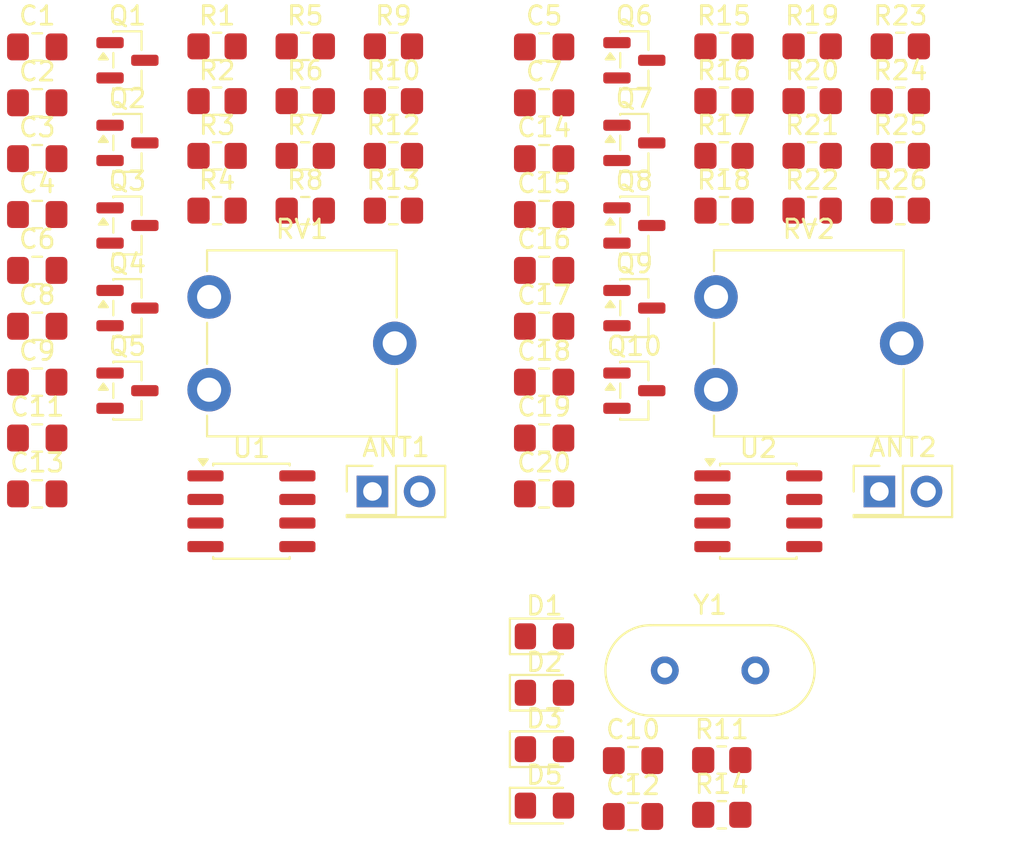
<source format=kicad_pcb>
(kicad_pcb
	(version 20241229)
	(generator "pcbnew")
	(generator_version "9.0")
	(general
		(thickness 1.6)
		(legacy_teardrops no)
	)
	(paper "A4")
	(layers
		(0 "F.Cu" signal)
		(2 "B.Cu" signal)
		(9 "F.Adhes" user "F.Adhesive")
		(11 "B.Adhes" user "B.Adhesive")
		(13 "F.Paste" user)
		(15 "B.Paste" user)
		(5 "F.SilkS" user "F.Silkscreen")
		(7 "B.SilkS" user "B.Silkscreen")
		(1 "F.Mask" user)
		(3 "B.Mask" user)
		(17 "Dwgs.User" user "User.Drawings")
		(19 "Cmts.User" user "User.Comments")
		(21 "Eco1.User" user "User.Eco1")
		(23 "Eco2.User" user "User.Eco2")
		(25 "Edge.Cuts" user)
		(27 "Margin" user)
		(31 "F.CrtYd" user "F.Courtyard")
		(29 "B.CrtYd" user "B.Courtyard")
		(35 "F.Fab" user)
		(33 "B.Fab" user)
		(39 "User.1" user)
		(41 "User.2" user)
		(43 "User.3" user)
		(45 "User.4" user)
	)
	(setup
		(pad_to_mask_clearance 0)
		(allow_soldermask_bridges_in_footprints no)
		(tenting front back)
		(pcbplotparams
			(layerselection 0x00000000_00000000_55555555_5755f5ff)
			(plot_on_all_layers_selection 0x00000000_00000000_00000000_00000000)
			(disableapertmacros no)
			(usegerberextensions no)
			(usegerberattributes yes)
			(usegerberadvancedattributes yes)
			(creategerberjobfile yes)
			(dashed_line_dash_ratio 12.000000)
			(dashed_line_gap_ratio 3.000000)
			(svgprecision 4)
			(plotframeref no)
			(mode 1)
			(useauxorigin no)
			(hpglpennumber 1)
			(hpglpenspeed 20)
			(hpglpendiameter 15.000000)
			(pdf_front_fp_property_popups yes)
			(pdf_back_fp_property_popups yes)
			(pdf_metadata yes)
			(pdf_single_document no)
			(dxfpolygonmode yes)
			(dxfimperialunits yes)
			(dxfusepcbnewfont yes)
			(psnegative no)
			(psa4output no)
			(plot_black_and_white yes)
			(sketchpadsonfab no)
			(plotpadnumbers no)
			(hidednponfab no)
			(sketchdnponfab yes)
			(crossoutdnponfab yes)
			(subtractmaskfromsilk no)
			(outputformat 1)
			(mirror no)
			(drillshape 1)
			(scaleselection 1)
			(outputdirectory "")
		)
	)
	(net 0 "")
	(net 1 "Net-(Q2-B)")
	(net 2 "Net-(Q1-B)")
	(net 3 "Net-(Q7-B)")
	(net 4 "Net-(Q6-B)")
	(net 5 "Net-(Q2-C)")
	(net 6 "Net-(Q4-B)")
	(net 7 "Net-(Q3-C)")
	(net 8 "GND")
	(net 9 "Net-(Q3-B)")
	(net 10 "Net-(Q1-C)")
	(net 11 "Net-(Q4-C)")
	(net 12 "Net-(U1A-+)")
	(net 13 "Net-(Q7-C)")
	(net 14 "Net-(Q9-B)")
	(net 15 "Net-(Q8-C)")
	(net 16 "Net-(Q1-E)")
	(net 17 "Net-(C10-Pad2)")
	(net 18 "Net-(C10-Pad1)")
	(net 19 "Net-(C11-Pad1)")
	(net 20 "VCC")
	(net 21 "Net-(Q8-B)")
	(net 22 "Net-(Q6-C)")
	(net 23 "Net-(U2A-+)")
	(net 24 "Net-(Q9-C)")
	(net 25 "Net-(Q6-E)")
	(net 26 "Net-(C19-Pad1)")
	(net 27 "Net-(D1-K)")
	(net 28 "/BIAS")
	(net 29 "Net-(D2-K)")
	(net 30 "Net-(D3-K)")
	(net 31 "Net-(Q3-E)")
	(net 32 "/receiver2/LO_IN")
	(net 33 "unconnected-(Q5-E-Pad2)")
	(net 34 "Net-(Q10-C)")
	(net 35 "unconnected-(Q10-E-Pad2)")
	(net 36 "/receiver1/LO_IN")
	(net 37 "/receiver2/BIAS")
	(net 38 "/receiver1/BIAS")
	(net 39 "Net-(U1A--)")
	(net 40 "Net-(U1B-+)")
	(net 41 "Net-(U2A--)")
	(net 42 "Net-(U2B-+)")
	(net 43 "unconnected-(U1B---Pad6)")
	(net 44 "/receiver2/OUT")
	(net 45 "unconnected-(U2B---Pad6)")
	(net 46 "/receiver1/OUT")
	(footprint "Resistor_SMD:R_0805_2012Metric_Pad1.20x1.40mm_HandSolder" (layer "F.Cu") (at 16.345 6.875))
	(footprint "Resistor_SMD:R_0805_2012Metric_Pad1.20x1.40mm_HandSolder" (layer "F.Cu") (at 43.655 0.975))
	(footprint "Package_TO_SOT_SMD:SOT-23" (layer "F.Cu") (at 34.075 6.175))
	(footprint "Package_TO_SOT_SMD:SOT-23" (layer "F.Cu") (at 34.075 19.525))
	(footprint "Resistor_SMD:R_0805_2012Metric_Pad1.20x1.40mm_HandSolder" (layer "F.Cu") (at 48.405 9.825))
	(footprint "Resistor_SMD:R_0805_2012Metric_Pad1.20x1.40mm_HandSolder" (layer "F.Cu") (at 43.655 9.825))
	(footprint "Capacitor_SMD:C_0805_2012Metric_Pad1.18x1.45mm_HandSolder" (layer "F.Cu") (at 34.005 42.465))
	(footprint "Capacitor_SMD:C_0805_2012Metric_Pad1.18x1.45mm_HandSolder" (layer "F.Cu") (at 1.905 1.005))
	(footprint "Package_SO:SOIC-8_3.9x4.9mm_P1.27mm" (layer "F.Cu") (at 40.755 26.02))
	(footprint "Capacitor_SMD:C_0805_2012Metric_Pad1.18x1.45mm_HandSolder" (layer "F.Cu") (at 29.215 4.015))
	(footprint "Resistor_SMD:R_0805_2012Metric_Pad1.20x1.40mm_HandSolder" (layer "F.Cu") (at 21.095 0.975))
	(footprint "Diode_SMD:D_0805_2012Metric_Pad1.15x1.40mm_HandSolder" (layer "F.Cu") (at 29.23 35.8))
	(footprint "Resistor_SMD:R_0805_2012Metric_Pad1.20x1.40mm_HandSolder" (layer "F.Cu") (at 16.345 0.975))
	(footprint "Package_TO_SOT_SMD:SOT-23" (layer "F.Cu") (at 6.765 1.725))
	(footprint "Resistor_SMD:R_0805_2012Metric_Pad1.20x1.40mm_HandSolder" (layer "F.Cu") (at 48.405 0.975))
	(footprint "Resistor_SMD:R_0805_2012Metric_Pad1.20x1.40mm_HandSolder" (layer "F.Cu") (at 43.655 3.925))
	(footprint "Package_TO_SOT_SMD:SOT-23" (layer "F.Cu") (at 6.765 19.525))
	(footprint "Capacitor_SMD:C_0805_2012Metric_Pad1.18x1.45mm_HandSolder" (layer "F.Cu") (at 29.215 1.005))
	(footprint "Resistor_SMD:R_0805_2012Metric_Pad1.20x1.40mm_HandSolder" (layer "F.Cu") (at 11.595 0.975))
	(footprint "Resistor_SMD:R_0805_2012Metric_Pad1.20x1.40mm_HandSolder" (layer "F.Cu") (at 11.595 9.825))
	(footprint "Resistor_SMD:R_0805_2012Metric_Pad1.20x1.40mm_HandSolder" (layer "F.Cu") (at 16.345 9.825))
	(footprint "Capacitor_SMD:C_0805_2012Metric_Pad1.18x1.45mm_HandSolder" (layer "F.Cu") (at 1.905 16.055))
	(footprint "Resistor_SMD:R_0805_2012Metric_Pad1.20x1.40mm_HandSolder" (layer "F.Cu") (at 38.905 6.875))
	(footprint "Resistor_SMD:R_0805_2012Metric_Pad1.20x1.40mm_HandSolder" (layer "F.Cu") (at 11.595 6.875))
	(footprint "Package_TO_SOT_SMD:SOT-23" (layer "F.Cu") (at 34.075 10.625))
	(footprint "Resistor_SMD:R_0805_2012Metric_Pad1.20x1.40mm_HandSolder" (layer "F.Cu") (at 43.655 6.875))
	(footprint "Capacitor_SMD:C_0805_2012Metric_Pad1.18x1.45mm_HandSolder" (layer "F.Cu") (at 34.005 39.455))
	(footprint "Package_TO_SOT_SMD:SOT-23" (layer "F.Cu") (at 6.765 6.175))
	(footprint "Package_TO_SOT_SMD:SOT-23" (layer "F.Cu") (at 34.075 15.075))
	(footprint "Potentiometer_THT:Potentiometer_ACP_CA9-V10_Vertical" (layer "F.Cu") (at 11.165 19.475))
	(footprint "Resistor_SMD:R_0805_2012Metric_Pad1.20x1.40mm_HandSolder" (layer "F.Cu") (at 48.405 3.925))
	(footprint "Package_SO:SOIC-8_3.9x4.9mm_P1.27mm" (layer "F.Cu") (at 13.445 26.02))
	(footprint "Resistor_SMD:R_0805_2012Metric_Pad1.20x1.40mm_HandSolder" (layer "F.Cu") (at 16.345 3.925))
	(footprint "Resistor_SMD:R_0805_2012Metric_Pad1.20x1.40mm_HandSolder" (layer "F.Cu") (at 11.595 3.925))
	(footprint "Resistor_SMD:R_0805_2012Metric_Pad1.20x1.40mm_HandSolder" (layer "F.Cu") (at 21.095 6.875))
	(footprint "Capacitor_SMD:C_0805_2012Metric_Pad1.18x1.45mm_HandSolder" (layer "F.Cu") (at 1.905 7.025))
	(footprint "Package_TO_SOT_SMD:SOT-23" (layer "F.Cu") (at 34.075 1.725))
	(footprint "Capacitor_SMD:C_0805_2012Metric_Pad1.18x1.45mm_HandSolder" (layer "F.Cu") (at 1.905 13.045))
	(footprint "Resistor_SMD:R_0805_2012Metric_Pad1.20x1.40mm_HandSolder" (layer "F.Cu") (at 38.785 42.375))
	(footprint "Diode_SMD:D_0805_2012Metric_Pad1.15x1.40mm_HandSolder" (layer "F.Cu") (at 29.23 32.76))
	(footprint "Diode_SMD:D_0805_2012Metric_Pad1.15x1.40mm_HandSolder" (layer "F.Cu") (at 29.23 38.84))
	(footprint "Capacitor_SMD:C_0805_2012Metric_Pad1.18x1.45mm_HandSolder" (layer "F.Cu") (at 29.215 10.035))
	(footprint "Capacitor_SMD:C_0805_2012Metric_Pad1.18x1.45mm_HandSolder" (layer "F.Cu") (at 29.215 22.075))
	(footprint "Connector_PinHeader_2.54mm:PinHeader_2x01_P2.54mm_Vertical" (layer "F.Cu") (at 47.275 24.955))
	(footprint "Capacitor_SMD:C_0805_2012Metric_Pad1.18x1.45mm_HandSolder" (layer "F.Cu") (at 29.215 19.065))
	(footprint "Resistor_SMD:R_0805_2012Metric_Pad1.20x1.40mm_HandSolder" (layer "F.Cu") (at 38.905 0.975))
	(footprint "Diode_SMD:D_0805_2012Metric_Pad1.15x1.40mm_HandSolder" (layer "F.Cu") (at 29.23 41.88))
	(footprint "Resistor_SMD:R_0805_2012Metric_Pad1.20x1.40mm_HandSolder"
		(layer "F.Cu")
		(uuid "b48562e7-c6ee-45f9-93e8-bd09a135299a")
		(at 21.095 3.925)
		(descr "Resistor SMD 0805 (2012 Metric), square (rectangular) end terminal, IPC-7351 nominal with elongated pad for handsoldering. (Body size source: IPC-SM-782 page 72, https://www.pcb-3d.com/wordpress/wp-content/uploads/ipc-sm-782a_amendment_1_and_2.pdf), generated with kicad-footprint-generator")
		(tags "resistor handsolder")
		(property "Reference" "R10"
			(at 0 -1.65 0)
			(layer "F.SilkS")
			(uuid "73a6fa6d-5328-49ce-9a33-0cd13ef1d53f")
			(effects
				(font
					(size 1 1)
					(thickness 0.15)
				)
			)
		)
		(property "Value" "10k"
			(at 0 1.65 0)
			(layer "F.Fab")
			(uuid "ee50f01d-99bc-4749-9f9c-2ce10768ddaa")
			(effects
				(font
					(size 1 1)
					(thickness 0.15)
				)
			)
		)
		(property "Datasheet" "~"
			(at 0 0 0)
			(layer "F.Fab")
			(hide yes)
			(uuid "c3e8e11f-e63a-4b44-aad7-8536007044b2")
			(effects
				(font
					(size 1.27 1.27)
					(thickness 0.15)
				)
			)
		)
		(property "Description" "Resistor"
			(at 0 0 0)
			(layer "F.Fab")
			(hide yes)
			(uuid "0da52282-f744-44f2-a59f-636d510a1fe8")
			(effects
				(font
					(size 1.27 1.27)
					(thickness 0.15)
				)
			)
		)
		(property ki_fp_filters "R_*")
		(path "/32632730-7c38-442d-a144-946191a851f1/f3c8dd1c-1bc3-4ab3-870e-165e8e8270f2")
		(sheetname "/receiver2/")
		(sheetfile "receiver.kicad_sch")
		(attr smd)
		(fp_line
			(start -0.227064 -0.73
... [73392 chars truncated]
</source>
